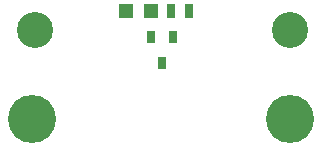
<source format=gts>
G04 (created by PCBNEW (2013-june-11)-stable) date Wed 28 May 2014 08:32:28 PM PDT*
%MOIN*%
G04 Gerber Fmt 3.4, Leading zero omitted, Abs format*
%FSLAX34Y34*%
G01*
G70*
G90*
G04 APERTURE LIST*
%ADD10C,0.00590551*%
%ADD11R,0.0315X0.0394*%
%ADD12R,0.025X0.045*%
%ADD13R,0.0472X0.0472*%
%ADD14C,0.12*%
%ADD15C,0.16*%
G04 APERTURE END LIST*
G54D10*
G54D11*
X57350Y-60033D03*
X56975Y-59167D03*
X57725Y-59167D03*
G54D12*
X57650Y-58300D03*
X58250Y-58300D03*
G54D13*
X56137Y-58300D03*
X56963Y-58300D03*
G54D14*
X53100Y-58950D03*
X61600Y-58950D03*
G54D15*
X53000Y-61900D03*
X61600Y-61900D03*
M02*

</source>
